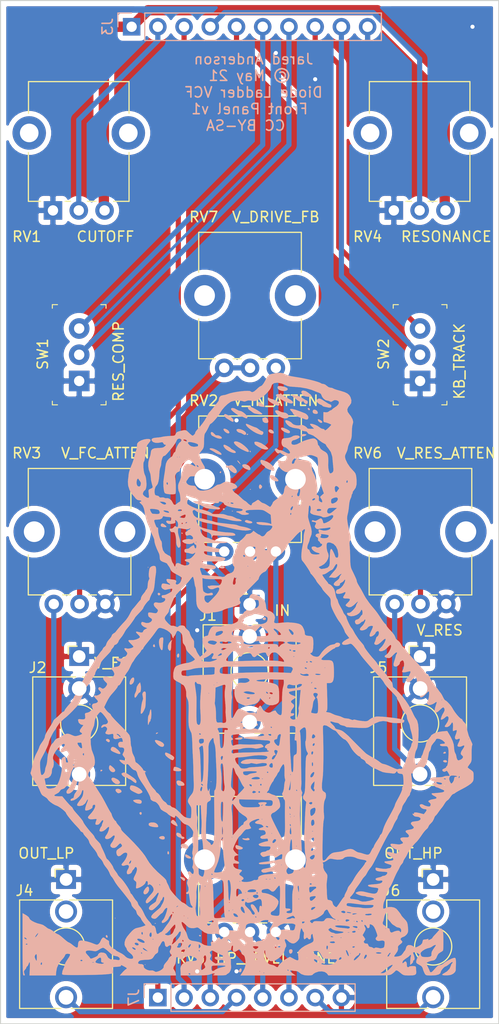
<source format=kicad_pcb>
(kicad_pcb (version 20171130) (host pcbnew 5.1.5+dfsg1-2build2)
  (layers (0 Front signal) (31 Back signal) (34 B.Paste user) (35 F.Paste user) (36 B.SilkS user) (37 F.SilkS user) (38 B.Mask user) (39 F.Mask user) (44 Edge.Cuts user))
  (net 0 "")
  (net 1 "Net-(J1-PadT)")
  (net 2 GND)
  (net 3 "Net-(J2-PadT)")
  (net 4 V_FC_KB_SW)
  (net 5 V_FC_KB)
  (net 6 V_RES_FB_SW)
  (net 7 V_RES_FB)
  (net 8 V_RES_CV)
  (net 9 V_RES)
  (net 10 V_FC_CV)
  (net 11 V_FC)
  (net 12 +12V)
  (net 13 VOUT_LP)
  (net 14 "Net-(J4-PadTN)")
  (net 15 "Net-(J5-PadT)")
  (net 16 VOUT_HP)
  (net 17 "Net-(J6-PadTN)")
  (net 18 V_TO_HP)
  (net 19 V_OUT_LP_)
  (net 20 V_DRIVE_FB_ATTEN)
  (net 21 V_DRIVE_FB)
  (net 22 VIN_ATTEN)
  (module sun:hour_glass_44X60 (layer Back) (at 74.93 128.27 180)
    (fp_text reference G*** hide)
    (fp_text value LOGO hide)
  )
  (module digikey-footprints:Switch_Toggle_ATE1D-2M3-10-Z (layer Front) (at 91.44 97.79 90)
    (fp_text reference SW2 (at 0.06 -3.53 90) (layer F.SilkS))
    (fp_text value SW_SPDT)
    (pad 1 thru_hole rect (at -2.54 0 90) (size 2 2) (drill 1) (layers *.Cu *.Mask) (net 2 GND))
    (pad 2 thru_hole circle (at 0 0 90) (size 2 2) (drill 1) (layers *.Cu *.Mask) (net 4 V_FC_KB_SW))
    (pad 3 thru_hole circle (at 2.54 0 90) (size 2 2) (drill 1) (layers *.Cu *.Mask) (net 5 V_FC_KB))
  )
  (module digikey-footprints:Switch_Toggle_ATE1D-2M3-10-Z (layer Front) (at 58.42 97.79 90)
    (fp_text reference SW1 (at 0.06 -3.53 90) (layer F.SilkS))
    (fp_text value SW_SPDT)
    (pad 1 thru_hole rect (at -2.54 0 90) (size 2 2) (drill 1) (layers *.Cu *.Mask) (net 2 GND))
    (pad 2 thru_hole circle (at 0 0 90) (size 2 2) (drill 1) (layers *.Cu *.Mask) (net 6 V_RES_FB_SW))
    (pad 3 thru_hole circle (at 2.54 0 90) (size 2 2) (drill 1) (layers *.Cu *.Mask) (net 7 V_RES_FB))
  )
  (module component_search:Potentiometer_Bourns_PTV09A-1_Single_Vertical (layer Front) (at 77.47 99.06 90)
    (fp_text reference RV7 (at 14.605 -6.985 180) (layer F.SilkS))
    (fp_text value 100k)
    (pad "" thru_hole circle (at 7 1.9 90) (size 4 4) (drill 2) (layers *.Cu *.Mask))
    (pad "" thru_hole circle (at 7 -6.9 90) (size 4 4) (drill 2) (layers *.Cu *.Mask))
    (pad 1 thru_hole circle (at 0 0 90) (size 1.8 1.8) (drill 1) (layers *.Cu *.Mask) (net 20 V_DRIVE_FB_ATTEN))
    (pad 2 thru_hole circle (at 0 -2.5 90) (size 1.8 1.8) (drill 1) (layers *.Cu *.Mask) (net 21 V_DRIVE_FB))
    (pad 3 thru_hole circle (at 0 -5 90) (size 1.8 1.8) (drill 1) (layers *.Cu *.Mask) (net 21 V_DRIVE_FB))
  )
  (module component_search:Potentiometer_Bourns_PTV09A-1_Single_Vertical (layer Front) (at 93.98 121.92 90)
    (fp_text reference RV6 (at 14.605 -7.62 180) (layer F.SilkS))
    (fp_text value 100k)
    (pad "" thru_hole circle (at 7 1.9 90) (size 4 4) (drill 2) (layers *.Cu *.Mask))
    (pad "" thru_hole circle (at 7 -6.9 90) (size 4 4) (drill 2) (layers *.Cu *.Mask))
    (pad 1 thru_hole circle (at 0 0 90) (size 1.8 1.8) (drill 1) (layers *.Cu *.Mask) (net 2 GND))
    (pad 2 thru_hole circle (at 0 -2.5 90) (size 1.8 1.8) (drill 1) (layers *.Cu *.Mask) (net 8 V_RES_CV))
    (pad 3 thru_hole circle (at 0 -5 90) (size 1.8 1.8) (drill 1) (layers *.Cu *.Mask) (net 15 "Net-(J5-PadT)"))
  )
  (module component_search:Potentiometer_Bourns_PTV09A-1_Single_Vertical (layer Front) (at 77.47 153.67 90)
    (fp_text reference RV5 (at -2.54 -8.255 180) (layer F.SilkS))
    (fp_text value 100k)
    (pad "" thru_hole circle (at 7 1.9 90) (size 4 4) (drill 2) (layers *.Cu *.Mask))
    (pad "" thru_hole circle (at 7 -6.9 90) (size 4 4) (drill 2) (layers *.Cu *.Mask))
    (pad 1 thru_hole circle (at 0 0 90) (size 1.8 1.8) (drill 1) (layers *.Cu *.Mask) (net 2 GND))
    (pad 2 thru_hole circle (at 0 -2.5 90) (size 1.8 1.8) (drill 1) (layers *.Cu *.Mask) (net 18 V_TO_HP))
    (pad 3 thru_hole circle (at 0 -5 90) (size 1.8 1.8) (drill 1) (layers *.Cu *.Mask) (net 19 V_OUT_LP_))
  )
  (module Potentiometer_THT:Potentiometer_Alpha_RD901F-40-00D_Single_Vertical_CircularHoles (layer Front) (at 88.9 83.82 90)
    (fp_text reference RV4 (at -2.54 -2.54) (layer F.SilkS))
    (fp_text value 100k)
    (pad "" thru_hole circle (at 7.5 -2.3 180) (size 3.24 3.24) (drill 1.8) (layers *.Cu *.Mask))
    (pad "" thru_hole circle (at 7.5 7.3 180) (size 3.24 3.24) (drill 1.8) (layers *.Cu *.Mask))
    (pad 3 thru_hole circle (at 0 5 180) (size 1.8 1.8) (drill 1) (layers *.Cu *.Mask) (net 12 +12V))
    (pad 2 thru_hole circle (at 0 2.5 180) (size 1.8 1.8) (drill 1) (layers *.Cu *.Mask) (net 9 V_RES))
    (pad 1 thru_hole rect (at 0 0 180) (size 1.8 1.8) (drill 1) (layers *.Cu *.Mask) (net 2 GND))
  )
  (module component_search:Potentiometer_Bourns_PTV09A-1_Single_Vertical (layer Front) (at 60.96 121.92 90)
    (fp_text reference RV3 (at 14.605 -7.62 180) (layer F.SilkS))
    (fp_text value 100k)
    (pad "" thru_hole circle (at 7 1.9 90) (size 4 4) (drill 2) (layers *.Cu *.Mask))
    (pad "" thru_hole circle (at 7 -6.9 90) (size 4 4) (drill 2) (layers *.Cu *.Mask))
    (pad 1 thru_hole circle (at 0 0 90) (size 1.8 1.8) (drill 1) (layers *.Cu *.Mask) (net 2 GND))
    (pad 2 thru_hole circle (at 0 -2.5 90) (size 1.8 1.8) (drill 1) (layers *.Cu *.Mask) (net 10 V_FC_CV))
    (pad 3 thru_hole circle (at 0 -5 90) (size 1.8 1.8) (drill 1) (layers *.Cu *.Mask) (net 3 "Net-(J2-PadT)"))
  )
  (module component_search:Potentiometer_Bourns_PTV09A-1_Single_Vertical (layer Front) (at 77.47 116.84 90)
    (fp_text reference RV2 (at 14.605 -6.985 180) (layer F.SilkS))
    (fp_text value 100k)
    (pad "" thru_hole circle (at 7 1.9 90) (size 4 4) (drill 2) (layers *.Cu *.Mask))
    (pad "" thru_hole circle (at 7 -6.9 90) (size 4 4) (drill 2) (layers *.Cu *.Mask))
    (pad 1 thru_hole circle (at 0 0 90) (size 1.8 1.8) (drill 1) (layers *.Cu *.Mask) (net 1 "Net-(J1-PadT)"))
    (pad 2 thru_hole circle (at 0 -2.5 90) (size 1.8 1.8) (drill 1) (layers *.Cu *.Mask) (net 1 "Net-(J1-PadT)"))
    (pad 3 thru_hole circle (at 0 -5 90) (size 1.8 1.8) (drill 1) (layers *.Cu *.Mask) (net 22 VIN_ATTEN))
  )
  (module Potentiometer_THT:Potentiometer_Alpha_RD901F-40-00D_Single_Vertical_CircularHoles (layer Front) (at 55.88 83.82 90)
    (fp_text reference RV1 (at -2.54 -2.54) (layer F.SilkS))
    (fp_text value 100k)
    (pad "" thru_hole circle (at 7.5 -2.3 180) (size 3.24 3.24) (drill 1.8) (layers *.Cu *.Mask))
    (pad "" thru_hole circle (at 7.5 7.3 180) (size 3.24 3.24) (drill 1.8) (layers *.Cu *.Mask))
    (pad 3 thru_hole circle (at 0 5 180) (size 1.8 1.8) (drill 1) (layers *.Cu *.Mask) (net 12 +12V))
    (pad 2 thru_hole circle (at 0 2.5 180) (size 1.8 1.8) (drill 1) (layers *.Cu *.Mask) (net 11 V_FC))
    (pad 1 thru_hole rect (at 0 0 180) (size 1.8 1.8) (drill 1) (layers *.Cu *.Mask) (net 2 GND))
  )
  (module Connector_PinHeader_2.54mm:PinHeader_1x08_P2.54mm_Vertical (layer Back) (at 66.04 160.02 270)
    (fp_text reference J7 (at 0 2.33 270) (layer B.SilkS) (effects (justify mirror)))
    (fp_text value CON_BTM)
    (pad 8 thru_hole oval (at 0 -17.78 270) (size 1.7 1.7) (drill 1) (layers *.Cu *.Mask) (net 2 GND))
    (pad 7 thru_hole oval (at 0 -15.24 270) (size 1.7 1.7) (drill 1) (layers *.Cu *.Mask) (net 16 VOUT_HP))
    (pad 6 thru_hole oval (at 0 -12.7 270) (size 1.7 1.7) (drill 1) (layers *.Cu *.Mask) (net 18 V_TO_HP))
    (pad 5 thru_hole oval (at 0 -10.16 270) (size 1.7 1.7) (drill 1) (layers *.Cu *.Mask) (net 19 V_OUT_LP_))
    (pad 4 thru_hole oval (at 0 -7.62 270) (size 1.7 1.7) (drill 1) (layers *.Cu *.Mask) (net 13 VOUT_LP))
    (pad 3 thru_hole oval (at 0 -5.08 270) (size 1.7 1.7) (drill 1) (layers *.Cu *.Mask) (net 20 V_DRIVE_FB_ATTEN))
    (pad 2 thru_hole oval (at 0 -2.54 270) (size 1.7 1.7) (drill 1) (layers *.Cu *.Mask) (net 21 V_DRIVE_FB))
    (pad 1 thru_hole rect (at 0 0 270) (size 1.7 1.7) (drill 1) (layers *.Cu *.Mask) (net 22 VIN_ATTEN))
  )
  (module Connector_Audio:Jack_3.5mm_QingPu_WQP-PJ398SM_Vertical_CircularHoles (layer Front) (at 92.71 148.59)
    (fp_text reference J6 (at -4.03 1.08 180) (layer F.SilkS))
    (fp_text value OUT_HP (at -1.905 -2.54 180) (layer F.SilkS))
    (pad T thru_hole circle (at 0 11.4 180) (size 2.13 2.13) (drill 1.43) (layers *.Cu *.Mask) (net 16 VOUT_HP))
    (pad S thru_hole rect (at 0 0 180) (size 1.93 1.83) (drill 1.22) (layers *.Cu *.Mask) (net 2 GND))
    (pad TN thru_hole circle (at 0 3.1 180) (size 2.13 2.13) (drill 1.42) (layers *.Cu *.Mask) (net 17 "Net-(J6-PadTN)"))
  )
  (module Connector_Audio:Jack_3.5mm_QingPu_WQP-PJ398SM_Vertical_CircularHoles (layer Front) (at 91.44 127)
    (fp_text reference J5 (at -4.03 1.08 180) (layer F.SilkS))
    (fp_text value V_RES (at 1.905 -2.54 180) (layer F.SilkS))
    (pad T thru_hole circle (at 0 11.4 180) (size 2.13 2.13) (drill 1.43) (layers *.Cu *.Mask) (net 15 "Net-(J5-PadT)"))
    (pad S thru_hole rect (at 0 0 180) (size 1.93 1.83) (drill 1.22) (layers *.Cu *.Mask) (net 2 GND))
    (pad TN thru_hole circle (at 0 3.1 180) (size 2.13 2.13) (drill 1.42) (layers *.Cu *.Mask) (net 2 GND))
  )
  (module Connector_Audio:Jack_3.5mm_QingPu_WQP-PJ398SM_Vertical_CircularHoles (layer Front) (at 57.15 148.59)
    (fp_text reference J4 (at -4.03 1.08 180) (layer F.SilkS))
    (fp_text value OUT_LP (at -1.905 -2.54 180) (layer F.SilkS))
    (pad T thru_hole circle (at 0 11.4 180) (size 2.13 2.13) (drill 1.43) (layers *.Cu *.Mask) (net 13 VOUT_LP))
    (pad S thru_hole rect (at 0 0 180) (size 1.93 1.83) (drill 1.22) (layers *.Cu *.Mask) (net 2 GND))
    (pad TN thru_hole circle (at 0 3.1 180) (size 2.13 2.13) (drill 1.42) (layers *.Cu *.Mask) (net 14 "Net-(J4-PadTN)"))
  )
  (module Connector_PinHeader_2.54mm:PinHeader_1x10_P2.54mm_Vertical (layer Back) (at 63.5 66.04 270)
    (fp_text reference J3 (at 0 2.33 270) (layer B.SilkS) (effects (justify mirror)))
    (fp_text value CON_TOP)
    (pad 10 thru_hole oval (at 0 -22.86 270) (size 1.7 1.7) (drill 1) (layers *.Cu *.Mask) (net 2 GND))
    (pad 9 thru_hole oval (at 0 -20.32 270) (size 1.7 1.7) (drill 1) (layers *.Cu *.Mask) (net 4 V_FC_KB_SW))
    (pad 8 thru_hole oval (at 0 -17.78 270) (size 1.7 1.7) (drill 1) (layers *.Cu *.Mask) (net 5 V_FC_KB))
    (pad 7 thru_hole oval (at 0 -15.24 270) (size 1.7 1.7) (drill 1) (layers *.Cu *.Mask) (net 6 V_RES_FB_SW))
    (pad 6 thru_hole oval (at 0 -12.7 270) (size 1.7 1.7) (drill 1) (layers *.Cu *.Mask) (net 7 V_RES_FB))
    (pad 5 thru_hole oval (at 0 -10.16 270) (size 1.7 1.7) (drill 1) (layers *.Cu *.Mask) (net 8 V_RES_CV))
    (pad 4 thru_hole oval (at 0 -7.62 270) (size 1.7 1.7) (drill 1) (layers *.Cu *.Mask) (net 9 V_RES))
    (pad 3 thru_hole oval (at 0 -5.08 270) (size 1.7 1.7) (drill 1) (layers *.Cu *.Mask) (net 10 V_FC_CV))
    (pad 2 thru_hole oval (at 0 -2.54 270) (size 1.7 1.7) (drill 1) (layers *.Cu *.Mask) (net 11 V_FC))
    (pad 1 thru_hole rect (at 0 0 270) (size 1.7 1.7) (drill 1) (layers *.Cu *.Mask) (net 12 +12V))
  )
  (module Connector_Audio:Jack_3.5mm_QingPu_WQP-PJ398SM_Vertical_CircularHoles (layer Front) (at 58.42 127)
    (fp_text reference J2 (at -4.03 1.08 180) (layer F.SilkS))
    (fp_text value V_FC (at 3.175 0.635 180) (layer F.SilkS))
    (pad T thru_hole circle (at 0 11.4 180) (size 2.13 2.13) (drill 1.43) (layers *.Cu *.Mask) (net 3 "Net-(J2-PadT)"))
    (pad S thru_hole rect (at 0 0 180) (size 1.93 1.83) (drill 1.22) (layers *.Cu *.Mask) (net 2 GND))
    (pad TN thru_hole circle (at 0 3.1 180) (size 2.13 2.13) (drill 1.42) (layers *.Cu *.Mask) (net 2 GND))
  )
  (module Connector_Audio:Jack_3.5mm_QingPu_WQP-PJ398SM_Vertical_CircularHoles (layer Front) (at 74.93 121.95)
    (fp_text reference J1 (at -4.03 1.08 180) (layer F.SilkS))
    (fp_text value IN (at 3.175 0.605 180) (layer F.SilkS))
    (pad T thru_hole circle (at 0 11.4 180) (size 2.13 2.13) (drill 1.43) (layers *.Cu *.Mask) (net 1 "Net-(J1-PadT)"))
    (pad S thru_hole rect (at 0 0 180) (size 1.93 1.83) (drill 1.22) (layers *.Cu *.Mask) (net 2 GND))
    (pad TN thru_hole circle (at 0 3.1 180) (size 2.13 2.13) (drill 1.42) (layers *.Cu *.Mask) (net 2 GND))
  )
  (gr_line (start 99.06 63.5) (end 99.06 162.56) (layer Edge.Cuts) (width 0.1))
  (gr_line (start 50.8 63.5) (end 99.06 63.5) (layer Edge.Cuts) (width 0.1))
  (gr_line (start 50.8 162.56) (end 50.8 63.5) (layer Edge.Cuts) (width 0.1))
  (gr_line (start 99.06 162.56) (end 50.8 162.56) (layer Edge.Cuts) (width 0.1))
  (gr_text "Jared Anderson \n© May 21\nDiode Ladder VCF \nFront Panel v1\n CC BY-SA" (at 74.93 72.39) (layer B.SilkS) (effects (font (size 1 1)) (justify mirror)))
  (gr_text KB_TRACK (at 95.25 98.425 90) (layer F.SilkS) (effects (font (size 1 1))))
  (gr_text RES_COMP (at 62.23 98.425 90) (layer F.SilkS) (effects (font (size 1 1))))
  (gr_text HP_LEVEL_TUNE (at 77.47 156.21) (layer F.SilkS) (effects (font (size 1 1))))
  (gr_text RESONANCE (at 93.98 86.36) (layer F.SilkS) (effects (font (size 1 1))))
  (gr_text CUTOFF (at 60.96 86.36) (layer F.SilkS) (effects (font (size 1 1))))
  (gr_text V_DRIVE_FB (at 77.47 84.455) (layer F.SilkS) (effects (font (size 1 1))))
  (gr_text V_IN_ATTEN (at 77.47 102.235) (layer F.SilkS) (effects (font (size 1 1))))
  (gr_text V_RES_ATTEN (at 93.98 107.315) (layer F.SilkS) (effects (font (size 1 1))))
  (gr_text V_FC_ATTEN (at 60.96 107.315) (layer F.SilkS) (effects (font (size 1 1))))
  (segment (start 74.97 116.84) (end 77.47 116.84) (width 0.5) (layer Back) (net 1))
  (segment (start 74.93 133.35) (end 77.47 130.81) (width 0.5) (layer Back) (net 1))
  (segment (start 77.47 130.81) (end 77.47 116.84) (width 0.5) (layer Back) (net 1))
  (via (at 96.52 66.04) (size 0.8) (drill 0.4) (layers Front Back) (net 2))
  (via (at 81.28 71.12) (size 0.8) (drill 0.4) (layers Front Back) (net 2))
  (via (at 69.85 124.46) (size 0.8) (drill 0.4) (layers Front Back) (net 2))
  (via (at 73.66 104.14) (size 0.8) (drill 0.4) (layers Front Back) (net 2))
  (via (at 69.85 157.48) (size 0.8) (drill 0.4) (layers Front Back) (net 2))
  (via (at 73.66 157.48) (size 0.8) (drill 0.4) (layers Front Back) (net 2))
  (via (at 77.47 68.58) (size 0.8) (drill 0.4) (layers Front Back) (net 2))
  (segment (start 58.42 138.4) (end 55.96 135.94) (width 0.5) (layer Back) (net 3))
  (segment (start 55.96 135.94) (end 55.96 121.92) (width 0.5) (layer Back) (net 3))
  (segment (start 83.82 66.04) (end 83.82 90.17) (width 0.5) (layer Back) (net 4))
  (segment (start 83.82 90.17) (end 91.44 97.79) (width 0.5) (layer Back) (net 4))
  (segment (start 81.28 66.04) (end 81.28 67.3903) (width 0.5) (layer Front) (net 5))
  (segment (start 81.28 67.3903) (end 83.5629 69.6732) (width 0.5) (layer Front) (net 5))
  (segment (start 83.5629 69.6732) (end 83.5629 87.3729) (width 0.5) (layer Front) (net 5))
  (segment (start 83.5629 87.3729) (end 91.44 95.25) (width 0.5) (layer Front) (net 5))
  (segment (start 78.74 66.04) (end 78.74 77.47) (width 0.5) (layer Back) (net 6))
  (segment (start 78.74 77.47) (end 58.42 97.79) (width 0.5) (layer Back) (net 6))
  (segment (start 76.2 66.04) (end 76.2 77.47) (width 0.5) (layer Back) (net 7))
  (segment (start 76.2 77.47) (end 58.42 95.25) (width 0.5) (layer Back) (net 7))
  (segment (start 73.66 66.04) (end 73.66 67.3903) (width 0.5) (layer Front) (net 8))
  (segment (start 73.66 67.3903) (end 81.8704 75.6007) (width 0.5) (layer Front) (net 8))
  (segment (start 81.8704 75.6007) (end 81.8704 102.9265) (width 0.5) (layer Front) (net 8))
  (segment (start 81.8704 102.9265) (end 91.48 112.5361) (width 0.5) (layer Front) (net 8))
  (segment (start 91.48 112.5361) (end 91.48 121.92) (width 0.5) (layer Front) (net 8))
  (segment (start 71.12 66.04) (end 72.4953 64.6647) (width 0.5) (layer Back) (net 9))
  (segment (start 72.4953 64.6647) (end 86.9053 64.6647) (width 0.5) (layer Back) (net 9))
  (segment (start 86.9053 64.6647) (end 91.4 69.1594) (width 0.5) (layer Back) (net 9))
  (segment (start 91.4 69.1594) (end 91.4 83.82) (width 0.5) (layer Back) (net 9))
  (segment (start 68.58 66.04) (end 68.58 67.3903) (width 0.5) (layer Front) (net 10))
  (segment (start 68.58 67.3903) (end 68.0204 67.9499) (width 0.5) (layer Front) (net 10))
  (segment (start 68.0204 67.9499) (end 68.0204 102.9657) (width 0.5) (layer Front) (net 10))
  (segment (start 68.0204 102.9657) (end 58.46 112.5261) (width 0.5) (layer Front) (net 10))
  (segment (start 58.46 112.5261) (end 58.46 121.92) (width 0.5) (layer Front) (net 10))
  (segment (start 66.04 66.04) (end 66.04 67.3903) (width 0.5) (layer Back) (net 11))
  (segment (start 66.04 67.3903) (end 58.38 75.0503) (width 0.5) (layer Back) (net 11))
  (segment (start 58.38 75.0503) (end 58.38 83.82) (width 0.5) (layer Back) (net 11))
  (segment (start 60.81 80.8675) (end 60.88 80.9375) (width 0.5) (layer Front) (net 12))
  (segment (start 60.88 80.9375) (end 60.88 83.82) (width 0.5) (layer Front) (net 12))
  (segment (start 60.81 80.8675) (end 60.81 83.67) (width 1) (layer Front) (net 12))
  (segment (start 63.5 66.04) (end 61.65 66.04) (width 1) (layer Front) (net 12))
  (segment (start 61.65 66.04) (end 60.81 66.88) (width 1) (layer Front) (net 12))
  (segment (start 60.81 66.88) (end 60.81 80.8675) (width 1) (layer Front) (net 12))
  (segment (start 93.83 80.8675) (end 93.9 80.9375) (width 0.5) (layer Front) (net 12))
  (segment (start 93.9 80.9375) (end 93.9 83.82) (width 0.5) (layer Front) (net 12))
  (segment (start 93.83 80.8675) (end 93.83 83.67) (width 1) (layer Front) (net 12))
  (segment (start 63.5 66.04) (end 65.1 64.44) (width 1) (layer Front) (net 12))
  (segment (start 65.1 64.44) (end 87.3 64.44) (width 1) (layer Front) (net 12))
  (segment (start 87.3 64.44) (end 93.83 70.97) (width 1) (layer Front) (net 12))
  (segment (start 93.83 70.97) (end 93.83 80.8675) (width 1) (layer Front) (net 12))
  (segment (start 57.15 159.99) (end 58.5406 161.3806) (width 0.5) (layer Back) (net 13))
  (segment (start 58.5406 161.3806) (end 72.2994 161.3806) (width 0.5) (layer Back) (net 13))
  (segment (start 72.2994 161.3806) (end 73.66 160.02) (width 0.5) (layer Back) (net 13))
  (segment (start 91.44 138.4) (end 88.98 135.94) (width 0.5) (layer Back) (net 15))
  (segment (start 88.98 135.94) (end 88.98 121.92) (width 0.5) (layer Back) (net 15))
  (segment (start 92.71 159.99) (end 91.3194 161.3806) (width 0.5) (layer Back) (net 16))
  (segment (start 91.3194 161.3806) (end 82.6406 161.3806) (width 0.5) (layer Back) (net 16))
  (segment (start 82.6406 161.3806) (end 81.28 160.02) (width 0.5) (layer Back) (net 16))
  (segment (start 78.74 160.02) (end 78.74 157.44) (width 0.5) (layer Back) (net 18))
  (segment (start 78.74 157.44) (end 74.97 153.67) (width 0.5) (layer Back) (net 18))
  (segment (start 76.2 160.02) (end 76.2 157.4) (width 0.5) (layer Back) (net 19))
  (segment (start 76.2 157.4) (end 72.47 153.67) (width 0.5) (layer Back) (net 19))
  (segment (start 71.12 160.02) (end 71.12 158.6697) (width 0.5) (layer Back) (net 20))
  (segment (start 71.12 158.6697) (end 71.0587 158.6084) (width 0.5) (layer Back) (net 20))
  (segment (start 71.0587 158.6084) (end 71.0587 152.1093) (width 0.5) (layer Back) (net 20))
  (segment (start 71.0587 152.1093) (end 73.0704 150.0976) (width 0.5) (layer Back) (net 20))
  (segment (start 73.0704 150.0976) (end 73.0704 120.0034) (width 0.5) (layer Back) (net 20))
  (segment (start 73.0704 120.0034) (end 71.0567 117.9897) (width 0.5) (layer Back) (net 20))
  (segment (start 71.0567 117.9897) (end 71.0567 113.0286) (width 0.5) (layer Back) (net 20))
  (segment (start 71.0567 113.0286) (end 77.47 106.6153) (width 0.5) (layer Back) (net 20))
  (segment (start 77.47 106.6153) (end 77.47 99.06) (width 0.5) (layer Back) (net 20))
  (segment (start 68.58 160.02) (end 68.58 158.6697) (width 0.5) (layer Back) (net 21))
  (segment (start 68.58 158.6697) (end 68.0254 158.1151) (width 0.5) (layer Back) (net 21))
  (segment (start 68.0254 158.1151) (end 68.0254 103.5046) (width 0.5) (layer Back) (net 21))
  (segment (start 68.0254 103.5046) (end 72.47 99.06) (width 0.5) (layer Back) (net 21))
  (segment (start 72.47 99.06) (end 74.97 99.06) (width 0.5) (layer Back) (net 21))
  (segment (start 66.04 160.02) (end 66.04 123.27) (width 0.5) (layer Front) (net 22))
  (segment (start 66.04 123.27) (end 72.47 116.84) (width 0.5) (layer Front) (net 22))
  (zone (net 0) (net_name "") (layer Front) (connect_pads (clearance 0.508)) (min_thickness 0.254)
    (keepout (tracks not_allowed) (vias not_allowed) (copperpour not_allowed))
    (fill (arc_segments 32) (thermal_gap 0.508) (thermal_bridge_width 0.508))
    (polygon (pts (xy 60.325 137.795) (xy 56.515 137.795) (xy 56.515 133.985) (xy 60.325 133.985)))
  )
  (zone (net 0) (net_name "") (layer Front) (connect_pads (clearance 0.508)) (min_thickness 0.254)
    (keepout (tracks not_allowed) (vias not_allowed) (copperpour not_allowed))
    (fill (arc_segments 32) (thermal_gap 0.508) (thermal_bridge_width 0.508))
    (polygon (pts (xy 59.055 156.845) (xy 55.245 156.845) (xy 55.245 153.035) (xy 59.055 153.035)))
  )
  (zone (net 0) (net_name "") (layer Front) (connect_pads (clearance 0.508)) (min_thickness 0.254)
    (keepout (tracks not_allowed) (vias not_allowed) (copperpour not_allowed))
    (fill (arc_segments 32) (thermal_gap 0.508) (thermal_bridge_width 0.508))
    (polygon (pts (xy 94.615 156.845) (xy 90.805 156.845) (xy 90.805 153.035) (xy 94.615 153.035)))
  )
  (zone (net 0) (net_name "") (layer Front) (connect_pads (clearance 0.508)) (min_thickness 0.254)
    (keepout (tracks not_allowed) (vias not_allowed) (copperpour not_allowed))
    (fill (arc_segments 32) (thermal_gap 0.508) (thermal_bridge_width 0.508))
    (polygon (pts (xy 93.345 137.795) (xy 89.535 137.795) (xy 89.535 133.985) (xy 93.345 133.985)))
  )
  (zone (net 0) (net_name "") (layer Front) (connect_pads (clearance 0.508)) (min_thickness 0.254)
    (keepout (tracks not_allowed) (vias not_allowed) (copperpour not_allowed))
    (fill (arc_segments 32) (thermal_gap 0.508) (thermal_bridge_width 0.508))
    (polygon (pts (xy 76.835 130.175) (xy 73.025 130.175) (xy 73.025 126.365) (xy 76.835 126.365)))
  )
  (zone (net 2) (net_name GND) (layer Front) (connect_pads (clearance 0.508)) (min_thickness 0.254) (fill yes (arc_segments 32) (thermal_gap 0.508) (thermal_bridge_width 0.508))
    (polygon (pts (xy 99.06 162.56) (xy 50.8 162.56) (xy 50.8 63.5) (xy 99.06 63.5)))
  )
  (zone (net 2) (net_name GND) (layer Back) (connect_pads (clearance 0.508)) (min_thickness 0.254) (fill yes (arc_segments 32) (thermal_gap 0.508) (thermal_bridge_width 0.508))
    (polygon (pts (xy 99.06 162.56) (xy 50.8 162.56) (xy 50.8 63.5) (xy 99.06 63.5)))
  )
)
</source>
